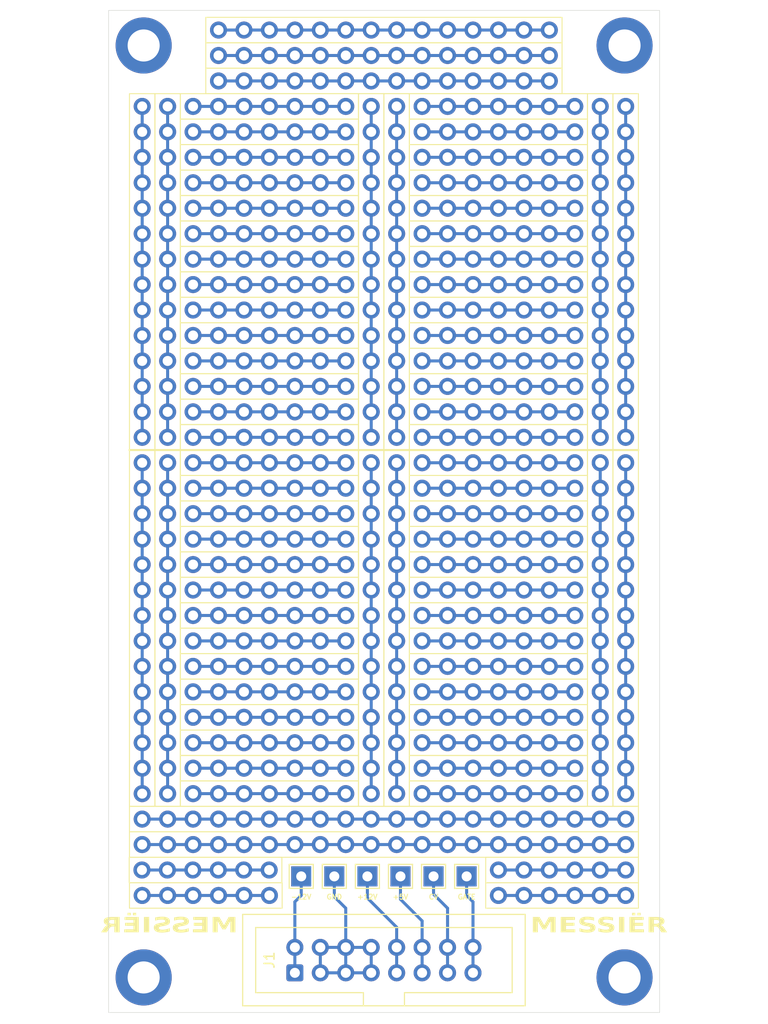
<source format=kicad_pcb>
(kicad_pcb (version 20240108) (generator "pcbnew") (generator_version "8.0")
  (title_block (date "2024-07-30") (rev "1.0.0") (company "MESSIËR") (comment 4 "Author: Chris Karcz"))
  (layers (0 "F.Cu" signal) (31 "B.Cu" signal) (34 "B.Paste" user) (35 "F.Paste" user) (36 "B.SilkS" user "B.Silkscreen") (37 "F.SilkS" user "F.Silkscreen") (38 "B.Mask" user) (39 "F.Mask" user) (44 "Edge.Cuts" user))
  (net 0 "")
  (net 1 "GND")
  (net 2 "+12V")
  (net 3 "+5V")
  (net 4 "CV")
  (net 5 "GATE")
  (net 6 "-12V")
  (footprint "Connector_PinHeader_2.54mm:PinHeader_1x32_P2.54mm_Vertical" (layer "F.Cu") (at 103.3525 137.52 90)
    (property "Reference" "REF**" (hide yes))
    (property "Value" "Line" (hide yes))
  )
  (footprint "Connector_PinHeader_2.54mm:PinHeader_1x32_P2.54mm_Vertical" (layer "F.Cu") (at 108.4325 117.2 90)
    (property "Reference" "REF**" (hide yes))
    (property "Value" "Line" (hide yes))
  )
  (footprint "Connector_PinHeader_2.54mm:PinHeader_1x32_P2.54mm_Vertical" (layer "F.Cu") (at 108.4325 91.8 90)
    (property "Reference" "REF**" (hide yes))
    (property "Value" "Line" (hide yes))
  )
  (footprint "Connector_PinHeader_2.54mm:PinHeader_1x32_P2.54mm_Vertical" (layer "F.Cu") (at 131.2925 91.8 90)
    (property "Reference" "REF**" (hide yes))
    (property "Value" "Line" (hide yes))
  )
  (footprint "Connector_PinHeader_2.54mm:PinHeader_1x32_P2.54mm_Vertical" (layer "F.Cu") (at 131.2925 99.42 90)
    (property "Reference" "REF**" (hide yes))
    (property "Value" "Line" (hide yes))
  )
  (footprint "Connector_PinHeader_2.54mm:PinHeader_1x32_P2.54mm_Vertical" (layer "F.Cu") (at 110.9725 53.7 90)
    (property "Reference" "REF**" (hide yes))
    (property "Value" "Line" (hide yes))
  )
  (footprint "Connector_PinHeader_2.54mm:PinHeader_1x32_P2.54mm_Vertical" (layer "F.Cu") (at 108.4325 119.74 90)
    (property "Reference" "REF**" (hide yes))
    (property "Value" "Line" (hide yes))
  )
  (footprint "Connector_PinHeader_2.54mm:PinHeader_1x32_P2.54mm_Vertical" (layer "F.Cu") (at 131.2925 89.26 90)
    (property "Reference" "REF**" (hide yes))
    (property "Value" "Line" (hide yes))
  )
  (footprint "Connector_PinHeader_2.54mm:PinHeader_1x32_P2.54mm_Vertical" (layer "F.Cu") (at 108.4325 122.28 90)
    (property "Reference" "REF**" (hide yes))
    (property "Value" "Line" (hide yes))
  )
  (footprint "TestPoint:TestPoint_THTPad_2.0x2.0mm_Drill1.0mm" (layer "F.Cu") (at 132.4355 135.615)
    (property "Reference" "TP5" (hide yes))
    (property "Value" "CV")
  )
  (footprint "TestPoint:TestPoint_THTPad_2.0x2.0mm_Drill1.0mm" (layer "F.Cu") (at 125.8315 135.615)
    (property "Reference" "TP3" (hide yes))
    (property "Value" "+12V")
  )
  (footprint "Connector_PinHeader_2.54mm:PinHeader_1x32_P2.54mm_Vertical" (layer "F.Cu") (at 131.2925 112.12 90)
    (property "Reference" "REF**" (hide yes))
    (property "Value" "Line" (hide yes))
  )
  (footprint "Connector_PinHeader_2.54mm:PinHeader_1x32_P2.54mm_Vertical" (layer "F.Cu") (at 128.7525 58.78)
    (property "Reference" "REF**" (hide yes))
    (property "Value" "Line" (hide yes))
  )
  (footprint "Connector_PinHeader_2.54mm:PinHeader_1x32_P2.54mm_Vertical" (layer "F.Cu") (at 103.3525 58.78)
    (property "Reference" "REF**" (hide yes))
    (property "Value" "Line" (hide yes))
  )
  (footprint "MountingHole:MountingHole_3.2mm_M3_DIN965_Pad" (layer "F.Cu") (at 103.5 145.7)
    (property "Reference" "M1" (hide yes))
    (property "Value" "MountingHole_3.2mm_M3_DIN965_Pad")
  )
  (footprint "Connector_PinHeader_2.54mm:PinHeader_1x32_P2.54mm_Vertical" (layer "F.Cu") (at 108.4325 94.34 90)
    (property "Reference" "REF**" (hide yes))
    (property "Value" "Line" (hide yes))
  )
  (footprint "Connector_PinHeader_2.54mm:PinHeader_1x32_P2.54mm_Vertical" (layer "F.Cu") (at 108.4325 101.96 90)
    (property "Reference" "REF**" (hide yes))
    (property "Value" "Line" (hide yes))
  )
  (footprint "Connector_PinHeader_2.54mm:PinHeader_1x32_P2.54mm_Vertical" (layer "F.Cu") (at 131.2925 104.5 90)
    (property "Reference" "REF**" (hide yes))
    (property "Value" "Line" (hide yes))
  )
  (footprint "Connector_PinHeader_2.54mm:PinHeader_1x32_P2.54mm_Vertical" (layer "F.Cu") (at 108.4325 68.94 90)
    (property "Reference" "REF**" (hide yes))
    (property "Value" "Line" (hide yes))
  )
  (footprint "Connector_PinHeader_2.54mm:PinHeader_1x32_P2.54mm_Vertical" (layer "F.Cu") (at 138.9125 134.98 90)
    (property "Reference" "REF**" (hide yes))
    (property "Value" "Line" (hide yes))
  )
  (footprint "Connector_PinHeader_2.54mm:PinHeader_1x32_P2.54mm_Vertical" (layer "F.Cu") (at 131.2925 94.34 90)
    (property "Reference" "REF**" (hide yes))
    (property "Value" "Line" (hide yes))
  )
  (footprint "Connector_PinHeader_2.54mm:PinHeader_1x32_P2.54mm_Vertical" (layer "F.Cu") (at 108.4325 99.42 90)
    (property "Reference" "REF**" (hide yes))
    (property "Value" "Line" (hide yes))
  )
  (footprint "Connector_PinHeader_2.54mm:PinHeader_1x32_P2.54mm_Vertical" (layer "F.Cu") (at 131.2925 63.86 90)
    (property "Reference" "REF**" (hide yes))
    (property "Value" "Line" (hide yes))
  )
  (footprint "Connector_IDC:IDC-Header_2x08_P2.54mm_Vertical" (layer "F.Cu") (at 118.5925 145.24 90)
    (property "Reference" "J1")
    (property "Value" "Conn_02x16_Odd_Even" (hide yes))
  )
  (footprint "Connector_PinHeader_2.54mm:PinHeader_1x32_P2.54mm_Vertical" (layer "F.Cu") (at 108.4325 74.02 90)
    (property "Reference" "REF**" (hide yes))
    (property "Value" "Line" (hide yes))
  )
  (footprint "Connector_PinHeader_2.54mm:PinHeader_1x32_P2.54mm_Vertical" (layer "F.Cu") (at 108.4325 114.66 90)
    (property "Reference" "REF**" (hide yes))
    (property "Value" "Line" (hide yes))
  )
  (footprint "Connector_PinHeader_2.54mm:PinHeader_1x32_P2.54mm_Vertical" (layer "F.Cu") (at 131.2925 76.56 90)
    (property "Reference" "REF**" (hide yes))
    (property "Value" "Line" (hide yes))
  )
  (footprint "Connector_PinHeader_2.54mm:PinHeader_1x32_P2.54mm_Vertical" (layer "F.Cu") (at 131.2925 84.18 90)
    (property "Reference" "REF**" (hide yes))
    (property "Value" "Line" (hide yes))
  )
  (footprint "Connector_PinHeader_2.54mm:PinHeader_1x32_P2.54mm_Vertical" (layer "F.Cu") (at 108.4325 112.12 90)
    (property "Reference" "REF**" (hide yes))
    (property "Value" "Line" (hide yes))
  )
  (footprint "Connector_PinHeader_2.54mm:PinHeader_1x32_P2.54mm_Vertical" (layer "F.Cu") (at 108.4325 127.36 90)
    (property "Reference" "REF**" (hide yes))
    (property "Value" "Line" (hide yes))
  )
  (footprint "Connector_PinHeader_2.54mm:PinHeader_1x32_P2.54mm_Vertical" (layer "F.Cu") (at 131.2925 68.94 90)
    (property "Reference" "REF**" (hide yes))
    (property "Value" "Line" (hide yes))
  )
  (footprint "Connector_PinHeader_2.54mm:PinHeader_1x32_P2.54mm_Vertical" (layer "F.Cu") (at 108.4325 107.04 90)
    (property "Reference" "REF**" (hide yes))
    (property "Value" "Line" (hide yes))
  )
  (footprint "Connector_PinHeader_2.54mm:PinHeader_1x32_P2.54mm_Vertical" (layer "F.Cu") (at 131.2925 109.58 90)
    (property "Reference" "REF**" (hide yes))
    (property "Value" "Line" (hide yes))
  )
  (footprint "Connector_PinHeader_2.54mm:PinHeader_1x32_P2.54mm_Vertical" (layer "F.Cu") (at 108.4325 79.1 90)
    (property "Reference" "REF**" (hide yes))
    (property "Value" "Line" (hide yes))
  )
  (footprint "Connector_PinHeader_2.54mm:PinHeader_1x32_P2.54mm_Vertical" (layer "F.Cu") (at 131.2925 122.28 90)
    (property "Reference" "REF**" (hide yes))
    (property "Value" "Line" (hide yes))
  )
  (footprint "Connector_PinHeader_2.54mm:PinHeader_1x32_P2.54mm_Vertical" (layer "F.Cu") (at 108.4325 86.72 90)
    (property "Reference" "REF**" (hide yes))
    (property "Value" "Line" (hide yes))
  )
  (footprint "Connector_PinHeader_2.54mm:PinHeader_1x32_P2.54mm_Vertical" (layer "F.Cu") (at 108.4325 84.18 90)
    (property "Reference" "REF**" (hide yes))
    (property "Value" "Line" (hide yes))
  )
  (footprint "Connector_PinHeader_2.54mm:PinHeader_1x32_P2.54mm_Vertical" (layer "F.Cu") (at 108.4325 61.32 90)
    (property "Reference" "REF**" (hide yes))
    (property "Value" "Line" (hide yes))
  )
  (footprint "Connector_PinHeader_2.54mm:PinHeader_1x32_P2.54mm_Vertical" (layer "F.Cu") (at 131.2925 74.02 90)
    (property "Reference" "REF**" (hide yes))
    (property "Value" "Line" (hide yes))
  )
  (footprint "MountingHole:MountingHole_3.2mm_M3_DIN965_Pad" (layer "F.Cu") (at 151.5 145.7)
    (property "Reference" "M1" (hide yes))
    (property "Value" "MountingHole_3.2mm_M3_DIN965_Pad")
  )
  (footprint "Connector_PinHeader_2.54mm:PinHeader_1x32_P2.54mm_Vertical" (layer "F.Cu") (at 131.2925 107.04 90)
    (property "Reference" "REF**" (hide yes))
    (property "Value" "Line" (hide yes))
  )
  (footprint "TestPoint:TestPoint_THTPad_2.0x2.0mm_Drill1.0mm" (layer "F.Cu") (at 122.5295 135.615)
    (property "Reference" "TP2" (hide yes))
    (property "Value" "GND")
  )
  (footprint "Connector_PinHeader_2.54mm:PinHeader_1x32_P2.54mm_Vertical" (layer "F.Cu") (at 110.9725 56.24 90)
    (property "Reference" "REF**" (hide yes))
    (property "Value" "Line" (hide yes))
  )
  (footprint "Connector_PinHeader_2.54mm:PinHeader_1x32_P2.54mm_Vertical" (layer "F.Cu") (at 131.2925 86.72 90)
    (property "Reference" "REF**" (hide yes))
    (property "Value" "Line" (hide yes))
  )
  (footprint "Connector_PinHeader_2.54mm:PinHeader_1x32_P2.54mm_Vertical" (layer "F.Cu") (at 108.4325 66.4 90)
    (property "Reference" "REF**" (hide yes))
    (property "Value" "Line" (hide yes))
  )
  (footprint "MountingHole:MountingHole_3.2mm_M3_DIN965_Pad" (layer "F.Cu") (at 103.5 52.7)
    (property "Reference" "M1" (hide yes))
    (property "Value" "MountingHole_3.2mm_M3_DIN965_Pad")
  )
  (footprint "Connector_PinHeader_2.54mm:PinHeader_1x32_P2.54mm_Vertical" (layer "F.Cu") (at 131.2925 96.88 90)
    (property "Reference" "REF**" (hide yes))
    (property "Value" "Line" (hide yes))
  )
  (footprint "Connector_PinHeader_2.54mm:PinHeader_1x32_P2.54mm_Vertical" (layer "F.Cu") (at 131.2925 71.48 90)
    (property "Reference" "REF**" (hide yes))
    (property "Value" "Line" (hide yes))
  )
  (footprint "Connector_PinHeader_2.54mm:PinHeader_1x32_P2.54mm_Vertical" (layer "F.Cu") (at 131.2925 58.78 90)
    (property "Reference" "REF**" (hide yes))
    (property "Value" "Line" (hide yes))
  )
  (footprint "Connector_PinHeader_2.54mm:PinHeader_1x32_P2.54mm_Vertical" (layer "F.Cu") (at 108.4325 81.64 90)
    (property "Reference" "REF**" (hide yes))
    (property "Value" "Line" (hide yes))
  )
  (footprint "Connector_PinHeader_2.54mm:PinHeader_1x32_P2.54mm_Vertical" (layer "F.Cu") (at 151.6125 58.78)
    (property "Reference" "REF**" (hide yes))
    (property "Value" "Line" (hide yes))
  )
  (footprint "TestPoint:TestPoint_THTPad_2.0x2.0mm_Drill1.0mm" (layer "F.Cu") (at 129.1335 135.615)
    (property "Reference" "TP1" (hide yes))
    (property "Value" "+5V")
  )
  (footprint "MountingHole:MountingHole_3.2mm_M3_DIN965_Pad" (layer "F.Cu") (at 151.5 52.7)
    (property "Reference" "M1" (hide yes))
    (property "Value" "MountingHole_3.2mm_M3_DIN965_Pad")
  )
  (footprint "Connector_PinHeader_2.54mm:PinHeader_1x32_P2.54mm_Vertical" (layer "F.Cu") (at 149.0725 58.78)
    (property "Reference" "REF**" (hide yes))
    (property "Value" "Line" (hide yes))
  )
  (footprint "Connector_PinHeader_2.54mm:PinHeader_1x32_P2.54mm_Vertical" (layer "F.Cu") (at 103.3525 132.44 90)
    (property "Reference" "REF**" (hide yes))
    (property "Value" "Line" (hide yes))
  )
  (footprint "Connector_PinHeader_2.54mm:PinHeader_1x32_P2.54mm_Vertical" (layer "F.Cu") (at 131.2925 81.64 90)
    (property "Reference" "REF**" (hide yes))
    (property "Value" "Line" (hide yes))
  )
  (footprint "Connector_PinHeader_2.54mm:PinHeader_1x32_P2.54mm_Vertical" (layer "F.Cu") (at 103.3525 129.9 90)
    (property "Reference" "REF**" (hide yes))
    (property "Value" "Line" (hide yes))
  )
  (footprint "Connector_PinHeader_2.54mm:PinHeader_1x32_P2.54mm_Vertical" (layer "F.Cu") (at 108.4325 104.5 90)
    (property "Reference" "REF**" (hide yes))
    (property "Value" "Line" (hide yes))
  )
  (footprint "Connector_PinHeader_2.54mm:PinHeader_1x32_P2.54mm_Vertical" (layer "F.Cu") (at 131.2925 124.82 90)
    (property "Reference" "REF**" (hide yes))
    (property "Value" "Line" (hide yes))
  )
  (footprint "Connector_PinHeader_2.54mm:PinHeader_1x32_P2.54mm_Vertical" (layer "F.Cu") (at 103.3275 134.98 90)
    (property "Reference" "REF**" (hide yes))
    (property "Value" "Line" (hide yes))
  )
  (footprint "Connector_PinHeader_2.54mm:PinHeader_1x32_P2.54mm_Vertical" (layer "F.Cu") (at 108.4325 76.56 90)
    (property "Reference" "REF**" (hide yes))
    (property "Value" "Line" (hide yes))
  )
  (footprint "Connector_PinHeader_2.54mm:PinHeader_1x32_P2.54mm_Vertical" (layer "F.Cu") (at 131.2925 117.2 90)
    (property "Reference" "REF**" (hide yes))
    (property "Value" "Line" (hide yes))
  )
  (footprint "Connector_PinHeader_2.54mm:PinHeader_1x32_P2.54mm_Vertical" (layer "F.Cu") (at 138.9125 137.52 90)
    (property "Reference" "REF**" (hide yes))
    (property "Value" "Line" (hide yes))
  )
  (footprint "Connector_PinHeader_2.54mm:PinHeader_1x32_P2.54mm_Vertical" (layer "F.Cu") (at 131.2925 127.36 90)
    (property "Reference" "REF**" (hide yes))
    (property "Value" "Line" (hide yes))
  )
  (footprint "Connector_PinHeader_2.54mm:PinHeader_1x32_P2.54mm_Vertical" (layer "F.Cu") (at 110.9725 51.16 90)
    (property "Reference" "REF**" (hide yes))
    (property "Value" "Line" (hide yes))
  )
  (footprint "Connector_PinHeader_2.54mm:PinHeader_1x32_P2.54mm_Vertical" (layer "F.Cu") (at 108.4325 58.78 90)
    (property "Reference" "REF**" (hide yes))
    (property "Value" "Line" (hide yes))
  )
  (footprint "Connector_PinHeader_2.54mm:PinHeader_1x32_P2.54mm_Vertical" (layer "F.Cu") (at 108.4325 71.48 90)
    (property "Reference" "REF**" (hide yes))
    (property "Value" "Line" (hide yes))
  )
  (footprint "Connector_PinHeader_2.54mm:PinHeader_1x32_P2.54mm_Vertical" (layer "F.Cu") (at 131.2925 79.1 90)
    (property "Reference" "REF**" (hide yes))
    (property "Value" "Line" (hide yes))
  )
  (footprint "Connector_PinHeader_2.54mm:PinHeader_1x32_P2.54mm_Vertical" (layer "F.Cu") (at 108.4325 63.86 90)
    (property "Reference" "REF**" (hide yes))
    (property "Value" "Line" (hide yes))
  )
  (footprint "TestPoint:TestPoint_THTPad_2.0x2.0mm_Drill1.0mm" (layer "F.Cu") (at 119.2275 135.615)
    (property "Reference" "TP4" (hide yes))
    (property "Value" "-12V")
  )
  (footprint "Connector_PinHeader_2.54mm:PinHeader_1x32_P2.54mm_Vertical" (layer "F.Cu") (at 131.2925 66.4 90)
    (property "Reference" "REF**" (hide yes))
    (property "Value" "Line" (hide yes))
  )
  (footprint "Connector_PinHeader_2.54mm:PinHeader_1x32_P2.54mm_Vertical" (layer "F.Cu") (at 108.4325 96.88 90)
    (property "Reference" "REF**" (hide yes))
    (property "Value" "Line" (hide yes))
  )
  (footprint "Connector_PinHeader_2.54mm:PinHeader_1x32_P2.54mm_Vertical" (layer "F.Cu") (at 131.2925 119.74 90)
    (property "Reference" "REF**" (hide yes))
    (property "Value" "Line" (hide yes))
  )
  (footprint "TestPoint:TestPoint_THTPad_2.0x2.0mm_Drill1.0mm" (layer "F.Cu") (at 135.7375 135.615)
    (property "Reference" "TP6" (hide yes))
    (property "Value" "GATE")
  )
  (footprint "Connector_PinHeader_2.54mm:PinHeader_1x32_P2.54mm_Vertical" (layer "F.Cu") (at 126.2125 58.78)
    (property "Reference" "REF**" (hide yes))
    (property "Value" "Line" (hide yes))
  )
  (footprint "Connector_PinHeader_2.54mm:PinHeader_1x32_P2.54mm_Vertical" (layer "F.Cu") (at 108.4325 89.26 90)
    (property "Reference" "REF**" (hide yes))
    (property "Value" "Line" (hide yes))
  )
  (footprint "Connector_PinHeader_2.54mm:PinHeader_1x32_P2.54mm_Vertical" (layer "F.Cu") (at 131.2925 114.66 90)
    (property "Reference" "REF**" (hide yes))
    (property "Value" "Line" (hide yes))
  )
  (footprint "Connector_PinHeader_2.54mm:PinHeader_1x32_P2.54mm_Vertical" (layer "F.Cu") (at 108.4325 124.82 90)
    (property "Reference" "REF**" (hide yes))
    (property "Value" "Line" (hide yes))
  )
  (footprint "Connector_PinHeader_2.54mm:PinHeader_1x32_P2.54mm_Vertical" (layer "F.Cu") (at 131.2925 101.96 90)
    (property "Reference" "REF**" (hide yes))
    (property "Value" "Line" (hide yes))
  )
  (footprint "Connector_PinHeader_2.54mm:PinHeader_1x32_P2.54mm_Vertical" (layer "F.Cu") (at 131.2925 61.32 90)
    (property "Reference" "REF**" (hide yes))
    (property "Value" "Line" (hide yes))
  )
  (footprint "Connector_PinHeader_2.54mm:PinHeader_1x32_P2.54mm_Vertical" (layer "F.Cu") (at 108.4325 109.58 90)
    (property "Reference" "REF**" (hide yes))
    (property "Value" "Line" (hide yes))
  )
  (footprint "Connector_PinHeader_2.54mm:PinHeader_1x32_P2.54mm_Vertical" (layer "F.Cu") (at 105.8925 58.78)
    (property "Reference" "REF**" (hide yes))
    (property "Value" "Line" (hide yes))
  )
  (gr_rect (start 109.7025 52.43) (end 145.2625 54.97) (stroke (width 0.1)) (fill none) (layer "F.SilkS"))
  (gr_rect (start 107.1625 123.55) (end 124.9425 126.09) (stroke (width 0.1)) (fill none) (layer "F.SilkS"))
  (gr_rect (start 130.0225 103.23) (end 147.8025 105.77) (stroke (width 0.1)) (fill none) (layer "F.SilkS"))
  (gr_rect (start 130.0225 80.37) (end 147.8025 82.91) (stroke (width 0.1)) (fill none) (layer "F.SilkS"))
  (gr_rect (start 130.0225 90.53) (end 147.8025 93.07) (stroke (width 0.1)) (fill none) (layer "F.SilkS"))
  (gr_rect (start 137.6425 133.71) (end 152.8825 136.25) (stroke (width 0.1)) (fill none) (layer "F.SilkS"))
  (gr_rect (start 130.0225 126.09) (end 147.8025 128.63) (stroke (width 0.1)) (fill none) (layer "F.SilkS"))
  (gr_rect (start 130.0225 65.13) (end 147.8025 67.67) (stroke (width 0.1)) (fill none) (layer "F.SilkS"))
  (gr_rect (start 107.1625 100.69) (end 124.9425 103.23) (stroke (width 0.1)) (fill none) (layer "F.SilkS"))
  (gr_rect (start 102.0575 133.71) (end 117.2975 136.25) (stroke (width 0.1)) (fill none) (layer "F.SilkS"))
  (gr_rect (start 107.1625 121.01) (end 124.9425 123.55) (stroke (width 0.1)) (fill none) (layer "F.SilkS"))
  (gr_rect (start 130.0225 87.99) (end 147.8025 90.53) (stroke (width 0.1)) (fill none) (layer "F.SilkS"))
  (gr_rect (start 107.1625 87.99) (end 124.9425 90.53) (stroke (width 0.1)) (fill none) (layer "F.SilkS"))
  (gr_rect (start 130.0225 67.67) (end 147.8025 70.21) (stroke (width 0.1)) (fill none) (layer "F.SilkS"))
  (gr_rect (start 107.1625 108.31) (end 124.9425 110.85) (stroke (width 0.1)) (fill none) (layer "F.SilkS"))
  (gr_rect (start 102.0825 57.51) (end 104.6225 128.63) (stroke (width 0.1)) (fill none) (layer "F.SilkS"))
  (gr_rect (start 107.1625 110.85) (end 124.9425 113.39) (stroke (width 0.1)) (fill none) (layer "F.SilkS"))
  (gr_rect (start 130.0225 100.69) (end 147.8025 103.23) (stroke (width 0.1)) (fill none) (layer "F.SilkS"))
  (gr_rect (start 130.0225 82.91) (end 147.8025 85.45) (stroke (width 0.1)) (fill none) (layer "F.SilkS"))
  (gr_rect (start 107.1625 65.13) (end 124.9425 67.67) (stroke (width 0.1)) (fill none) (layer "F.SilkS"))
  (gr_rect (start 137.6425 136.25) (end 152.8825 138.79) (stroke (width 0.1)) (fill none) (layer "F.SilkS"))
  (gr_rect (start 107.1625 93.07) (end 124.9425 95.61) (stroke (width 0.1)) (fill none) (layer "F.SilkS"))
  (gr_rect (start 107.1625 70.21) (end 124.9425 72.75) (stroke (width 0.1)) (fill none) (layer "F.SilkS"))
  (gr_rect (start 130.0225 118.47) (end 147.8025 121.01) (stroke (width 0.1)) (fill none) (layer "F.SilkS"))
  (gr_rect (start 107.1625 60.05) (end 124.9425 62.59) (stroke (width 0.1)) (fill none) (layer "F.SilkS"))
  (gr_rect (start 107.1625 113.39) (end 124.9425 115.93) (stroke (width 0.1)) (fill none) (layer "F.SilkS"))
  (gr_rect (start 107.1625 103.23) (end 124.9425 105.77) (stroke (width 0.1)) (fill none) (layer "F.SilkS"))
  (gr_rect (start 130.0225 108.31) (end 147.8025 110.85) (stroke (width 0.1)) (fill none) (layer "F.SilkS"))
  (gr_rect (start 107.1625 95.61) (end 124.9425 98.15) (stroke (width 0.1)) (fill none) (layer "F.SilkS"))
  (gr_rect (start 107.1625 62.59) (end 124.9425 65.13) (stroke (width 0.1)) (fill none) (layer "F.SilkS"))
  (gr_line (start 102.0825 93.07) (end 152.8825 93.07) (stroke (width 0.2)) (layer "F.SilkS"))
  (gr_rect (start 130.0225 123.55) (end 147.8025 126.09) (stroke (width 0.1)) (fill none) (layer "F.SilkS"))
  (gr_rect (start 130.0225 62.59) (end 147.8025 65.13) (stroke (width 0.1)) (fill none) (layer "F.SilkS"))
  (gr_rect (start 109.7025 54.97) (end 145.2625 57.51) (stroke (width 0.1)) (fill none) (layer "F.SilkS"))
  (gr_rect (start 130.0225 75.29) (end 147.8025 77.83) (stroke (width 0.1)) (fill none) (layer "F.SilkS"))
  (gr_rect (start 130.0225 77.83) (end 147.8025 80.37) (stroke (width 0.1)) (fill none) (layer "F.SilkS"))
  (gr_rect (start 102.0825 128.63) (end 152.8825 131.17) (stroke (width 0.1)) (fill none) (layer "F.SilkS"))
  (gr_rect (start 130.0225 72.75) (end 147.8025 75.29) (stroke (width 0.1)) (fill none) (layer "F.SilkS"))
  (gr_rect (start 130.0225 121.01) (end 147.8025 123.55) (stroke (width 0.1)) (fill none) (layer "F.SilkS"))
  (gr_rect (start 130.0225 70.21) (end 147.8025 72.75) (stroke (width 0.1)) (fill none) (layer "F.SilkS"))
  (gr_rect (start 107.1625 98.15) (end 124.9425 100.69) (stroke (width 0.1)) (fill none) (layer "F.SilkS"))
  (gr_rect (start 104.6225 57.51) (end 107.1625 128.63) (stroke (width 0.1)) (fill none) (layer "F.SilkS"))
  (gr_rect (start 130.0225 60.05) (end 147.8025 62.59) (stroke (width 0.1)) (fill none) (layer "F.SilkS"))
  (gr_rect (start 124.9425 57.51) (end 127.4825 128.63) (stroke (width 0.1)) (fill none) (layer "F.SilkS"))
  (gr_rect (start 107.1625 115.93) (end 124.9425 118.47) (stroke (width 0.1)) (fill none) (layer "F.SilkS"))
  (gr_rect (start 102.0825 131.17) (end 152.8825 133.71) (stroke (width 0.1)) (fill none) (layer "F.SilkS"))
  (gr_rect (start 107.1625 105.77) (end 124.9425 108.31) (stroke (width 0.1)) (fill none) (layer "F.SilkS"))
  (gr_rect (start 107.1625 80.37) (end 124.9425 82.91) (stroke (width 0.1)) (fill none) (layer "F.SilkS"))
  (gr_rect (start 130.0225 115.93) (end 147.8025 118.47) (stroke (width 0.1)) (fill none) (layer "F.SilkS"))
  (gr_rect (start 107.1625 82.91) (end 124.9425 85.45) (stroke (width 0.1)) (fill none) (layer "F.SilkS"))
  (gr_rect (start 107.1625 75.29) (end 124.9425 77.83) (stroke (width 0.1)) (fill none) (layer "F.SilkS"))
  (gr_rect (start 130.0225 105.77) (end 147.8025 108.31) (stroke (width 0.1)) (fill none) (layer "F.SilkS"))
  (gr_rect (start 130.0225 93.07) (end 147.8025 95.61) (stroke (width 0.1)) (fill none) (layer "F.SilkS"))
  (gr_rect (start 130.0225 95.61) (end 147.8025 98.15) (stroke (width 0.1)) (fill none) (layer "F.SilkS"))
  (gr_rect (start 150.3425 57.51) (end 152.8825 128.63) (stroke (width 0.1)) (fill none) (layer "F.SilkS"))
  (gr_rect (start 107.1625 67.67) (end 124.9425 70.21) (stroke (width 0.1)) (fill none) (layer "F.SilkS"))
  (gr_rect (start 107.1625 77.83) (end 124.9425 80.37) (stroke (width 0.1)) (fill none) (layer "F.SilkS"))
  (gr_rect (start 147.8025 57.51) (end 150.3425 128.63) (stroke (width 0.1)) (fill none) (layer "F.SilkS"))
  (gr_rect (start 107.1625 85.45) (end 124.9425 87.99) (stroke (width 0.1)) (fill none) (layer "F.SilkS"))
  (gr_rect (start 130.0225 98.15) (end 147.8025 100.69) (stroke (width 0.1)) (fill none) (layer "F.SilkS"))
  (gr_rect (start 109.7025 49.89) (end 145.2625 52.43) (stroke (width 0.1)) (fill none) (layer "F.SilkS"))
  (gr_rect (start 130.0225 57.51) (end 147.8025 60.05) (stroke (width 0.1)) (fill none) (layer "F.SilkS"))
  (gr_rect (start 107.1625 126.09) (end 124.9425 128.63) (stroke (width 0.1)) (fill none) (layer "F.SilkS"))
  (gr_rect (start 107.1625 118.47) (end 124.9425 121.01) (stroke (width 0.1)) (fill none) (layer "F.SilkS"))
  (gr_rect (start 130.0225 85.45) (end 147.8025 87.99) (stroke (width 0.1)) (fill none) (layer "F.SilkS"))
  (gr_rect (start 107.1625 57.51) (end 124.9425 60.05) (stroke (width 0.1)) (fill none) (layer "F.SilkS"))
  (gr_rect (start 127.4825 57.51) (end 130.0225 128.63) (stroke (width 0.1)) (fill none) (layer "F.SilkS"))
  (gr_rect (start 107.1625 90.53) (end 124.9425 93.07) (stroke (width 0.1)) (fill none) (layer "F.SilkS"))
  (gr_rect (start 107.1625 72.75) (end 124.9425 75.29) (stroke (width 0.1)) (fill none) (layer "F.SilkS"))
  (gr_rect (start 130.0225 110.85) (end 147.8025 113.39) (stroke (width 0.1)) (fill none) (layer "F.SilkS"))
  (gr_rect (start 102.0825 136.25) (end 117.3225 138.79) (stroke (width 0.1)) (fill none) (layer "F.SilkS"))
  (gr_rect (start 130.0225 113.39) (end 147.8025 115.93) (stroke (width 0.1)) (fill none) (layer "F.SilkS"))
  (gr_rect (start 100 49.2) (end 155 149.2) (stroke (width 0.05)) (fill none) (layer "Edge.Cuts"))
  (gr_text "MESSIËR" (at 112.9125 141.45 0) (layer "F.SilkS") (effects (font (size 1.5 2) (thickness 0.3) (bold yes)) (justify left bottom mirror)))
  (gr_text "MESSIËR" (at 142.0875 141.45 0) (layer "F.SilkS") (effects (font (size 1.5 2) (thickness 0.3) (bold yes)) (justify left bottom)))
  (segment (start 103.3525 58.78) (end 103.3525 91.8) (width 0.3) (layer "B.Cu") (net 0))
  (segment (start 108.4325 122.28) (end 123.6725 122.28) (width 0.3) (layer "B.Cu") (net 0))
  (segment (start 108.4325 81.64) (end 123.6725 81.64) (width 0.3) (layer "B.Cu") (net 0))
  (segment (start 108.4325 61.32) (end 123.6725 61.32) (width 0.3) (layer "B.Cu") (net 0))
  (segment (start 110.9725 51.16) (end 143.9925 51.16) (width 0.3) (layer "B.Cu") (net 0))
  (segment (start 108.4325 99.42) (end 123.6725 99.42) (width 0.3) (layer "B.Cu") (net 0))
  (segment (start 138.9125 137.52) (end 151.6125 137.52) (width 0.3) (layer "B.Cu") (net 0))
  (segment (start 131.2925 91.8) (end 146.5325 91.8) (width 0.3) (layer "B.Cu") (net 0))
  (segment (start 126.2125 91.8) (end 126.2125 58.78) (width 0.3) (layer "B.Cu") (net 0))
  (segment (start 123.6725 124.82) (end 108.4325 124.82) (width 0.3) (layer "B.Cu") (net 0))
  (segment (start 108.4325 66.4) (end 123.6725 66.4) (width 0.3) (layer "B.Cu") (net 0))
  (segment (start 131.2925 107.04) (end 146.5325 107.04) (width 0.3) (layer "B.Cu") (net 0))
  (segment (start 131.2925 122.28) (end 146.5325 122.28) (width 0.3) (layer "B.Cu") (net 0))
  (segment (start 131.2925 58.78) (end 146.5325 58.78) (width 0.3) (layer "B.Cu") (net 0))
  (segment (start 131.2925 76.56) (end 146.5325 76.56) (width 0.3) (layer "B.Cu") (net 0))
  (segment (start 108.4325 104.5) (end 123.6725 104.5) (width 0.3) (layer "B.Cu") (net 0))
  (segment (start 108.4325 68.94) (end 123.6725 68.94) (width 0.3) (layer "B.Cu") (net 0))
  (segment (start 146.5325 79.1) (end 131.2925 79.1) (width 0.3) (layer "B.Cu") (net 0))
  (segment (start 131.2925 117.2) (end 146.5325 117.2) (width 0.3) (layer "B.Cu") (net 0))
  (segment (start 105.8925 91.8) (end 105.8925 58.78) (width 0.3) (layer "B.Cu") (net 0))
  (segment (start 110.9725 56.24) (end 143.9925 56.24) (width 0.3) (layer "B.Cu") (net 0))
  (segment (start 149.0725 91.8) (end 149.0725 58.78) (width 0.3) (layer "B.Cu") (net 0))
  (segment (start 131.2925 81.64) (end 146.5325 81.64) (width 0.3) (layer "B.Cu") (net 0))
  (segment (start 131.2925 114.66) (end 146.5325 114.66) (width 0.3) (layer "B.Cu") (net 0))
  (segment (start 128.7525 58.78) (end 128.7525 91.8) (width 0.3) (layer "B.Cu") (net 0))
  (segment (start 146.5325 109.58) (end 131.2925 109.58) (width 0.3) (layer "B.Cu") (net 0))
  (segment (start 143.9925 53.7) (end 110.9725 53.7) (width 0.3) (layer "B.Cu") (net 0))
  (segment (start 105.8925 127.36) (end 105.8925 94.34) (width 0.3) (layer "B.Cu") (net 0))
  (segment (start 108.4325 74.02) (end 123.6725 74.02) (width 0.3) (layer "B.Cu") (net 0))
  (segment (start 131.2925 96.88) (end 146.5325 96.88) (width 0.3) (layer "B.Cu") (net 0))
  (segment (start 108.4325 76.56) (end 123.6725 76.56) (width 0.3) (layer "B.Cu") (net 0))
  (segment (start 149.0725 94.34) (end 149.0725 127.36) (width 0.3) (layer "B.Cu") (net 0))
  (segment (start 123.6725 79.1) (end 108.4325 79.1) (width 0.3) (layer "B.Cu") (net 0))
  (segment (start 131.2925 104.5) (end 146.5325 104.5) (width 0.3) (layer "B.Cu") (net 0))
  (segment (start 108.4325 117.2) (end 123.6725 117.2) (width 0.3) (layer "B.Cu") (net 0))
  (segment (start 123.6725 109.58) (end 108.4325 109.58) (width 0.3) (layer "B.Cu") (net 0))
  (segment (start 151.6125 129.9) (end 103.3525 129.9) (width 0.3) (layer "B.Cu") (net 0))
  (segment (start 108.4325 71.48) (end 123.6725 71.48) (width 0.3) (layer "B.Cu") (net 0))
  (segment (start 146.5325 63.86) (end 131.2925 63.86) (width 0.3) (layer "B.Cu") (net 0))
  (segment (start 108.4325 127.36) (end 123.6725 127.36) (width 0.3) (layer "B.Cu") (net 0))
  (segment (start 108.4325 114.66) (end 123.6725 114.66) (width 0.3) (layer "B.Cu") (net 0))
  (segment (start 131.2925 68.94) (end 146.5325 68.94) (width 0.3) (layer "B.Cu") (net 0))
  (segment (start 146.5325 94.34) (end 131.2925 94.34) (width 0.3) (layer "B.Cu") (net 0))
  (segment (start 131.2925 61.32) (end 146.5325 61.32) (width 0.3) (layer "B.Cu") (net 0))
  (segment (start 103.3525 94.34) (end 103.3525 127.36) (width 0.3) (layer "B.Cu") (net 0))
  (segment (start 151.6125 58.78) (end 151.6125 91.8) (width 0.3) (layer "B.Cu") (net 0))
  (segment (start 131.2925 74.02) (end 146.5325 74.02) (width 0.3) (layer "B.Cu") (net 0))
  (segment (start 131.2925 66.4) (end 146.5325 66.4) (width 0.3) (layer "B.Cu") (net 0))
  (segment (start 123.6725 94.34) (end 108.4325 94.34) (width 0.3) (layer "B.Cu") (net 0))
  (segment (start 108.4325 58.78) (end 123.6725 58.78) (width 0.3) (layer "B.Cu") (net 0))
  (segment (start 108.4325 107.04) (end 123.6725 107.04) (width 0.3) (layer "B.Cu") (net 0))
  (segment (start 126.2125 94.34) (end 126.2125 127.36) (width 0.3) (layer "B.Cu") (net 0))
  (segment (start 128.7525 127.36) (end 128.7525 94.34) (width 0.3) (layer "B.Cu") (net 0))
  (segment (start 131.2925 89.26) (end 146.5325 89.26) (width 0.3) (layer "B.Cu") (net 0))
  (segment (start 131.2925 86.72) (end 146.5325 86.72) (width 0.3) (layer "B.Cu") (net 0))
  (segment (start 116.0275 134.98) (end 103.3275 134.98) (width 0.3) (layer "B.Cu") (net 0))
  (segment (start 108.4325 112.12) (end 123.6725 112.12) (width 0.3) (layer "B.Cu") (net 0))
  (segment (start 138.9125 134.98) (end 151.6125 134.98) (width 0.3) (layer "B.Cu") (net 0))
  (segment (start 103.3525 137.52) (end 116.0525 137.52) (width 0.3) (layer "B.Cu") (net 0))
  (segment (start 146.5325 124.82) (end 131.2925 124.82) (width 0.3) (layer "B.Cu") (net 0))
  (segment (start 108.4325 84.18) (end 123.6725 84.18) (width 0.3) (layer "B.Cu") (net 0))
  (segment (start 131.2925 99.42) (end 146.5325 99.42) (width 0.3) (layer "B.Cu") (net 0))
  (segment (start 108.4325 119.74) (end 123.6725 119.74) (width 0.3) (layer "B.Cu") (net 0))
  (segment (start 131.2925 101.96) (end 146.5325 101.96) (width 0.3) (layer "B.Cu") (net 0))
  (segment (start 108.4325 96.88) (end 123.6725 96.88) (width 0.3) (layer "B.Cu") (net 0))
  (segment (start 131.2925 112.12) (end 146.5325 112.12) (width 0.3) (layer "B.Cu") (net 0))
  (segment (start 108.4325 89.26) (end 123.6725 89.26) (width 0.3) (layer "B.Cu") (net 0))
  (segment (start 123.6725 63.86) (end 108.4325 63.86) (width 0.3) (layer "B.Cu") (net 0))
  (segment (start 108.4325 101.96) (end 123.6725 101.96) (width 0.3) (layer "B.Cu") (net 0))
  (segment (start 131.2925 84.18) (end 146.5325 84.18) (width 0.3) (layer "B.Cu") (net 0))
  (segment (start 131.2925 71.48) (end 146.5325 71.48) (width 0.3) (layer "B.Cu") (net 0))
  (segment (start 151.6125 127.36) (end 151.6125 94.34) (width 0.3) (layer "B.Cu") (net 0))
  (segment (start 108.4325 86.72) (end 123.6725 86.72) (width 0.3) (layer "B.Cu") (net 0))
  (segment (start 131.2925 127.36) (end 146.5325 127.36) (width 0.3) (layer "B.Cu") (net 0))
  (segment (start 131.2925 119.74) (end 146.5325 119.74) (width 0.3) (layer "B.Cu") (net 0))
  (segment (start 103.3525 132.44) (end 151.6125 132.44) (width 0.3) (layer "B.Cu") (net 0))
  (segment (start 108.4325 91.8) (end 123.6725 91.8) (width 0.3) (layer "B.Cu") (net 0))
  (segment (start 121.1325 142.7) (end 121.1325 145.24) (width 0.3) (layer "B.Cu") (net 1))
  (segment (start 122.5295 137.647) (end 122.5295 135.615) (width 0.3) (layer "B.Cu") (net 1))
  (segment (start 121.1325 145.24) (end 126.2125 145.24) (width 0.3) (layer "B.Cu") (net 1))
  (segment (start 121.1325 142.7) (end 126.2125 142.7) (width 0.3) (layer "B.Cu") (net 1))
  (segment (start 123.6725 142.7) (end 123.6725 138.79) (width 0.3) (layer "B.Cu") (net 1))
  (segment (start 123.6725 138.79) (end 122.5295 137.647) (width 0.3) (layer "B.Cu") (net 1))
  (segment (start 123.6725 142.7) (end 123.6725 145.24) (width 0.3) (layer "B.Cu") (net 1))
  (segment (start 126.2125 142.7) (end 126.2125 145.24) (width 0.3) (layer "B.Cu") (net 1))
  (segment (start 128.7525 142.7) (end 128.7525 145.24) (width 0.3) (layer "B.Cu") (net 2))
  (segment (start 128.7525 140.695) (end 125.8315 137.774) (width 0.3) (layer "B.Cu") (net 2))
  (segment (start 128.7525 142.7) (end 128.7525 140.695) (width 0.3) (layer "B.Cu") (net 2))
  (segment (start 125.8315 137.774) (end 125.8315 135.615) (width 0.3) (layer "B.Cu") (net 2))
  (segment (start 131.2925 142.7) (end 131.2925 140.06) (width 0.3) (layer "B.Cu") (net 3))
  (segment (start 131.2925 140.06) (end 129.1335 137.901) (width 0.3) (layer "B.Cu") (net 3))
  (segment (start 129.1335 137.901) (end 129.1335 135.615) (width 0.3) (layer "B.Cu") (net 3))
  (segment (start 131.2925 142.7) (end 131.2925 145.24) (width 0.3) (layer "B.Cu") (net 3))
  (segment (start 133.8325 142.7) (end 133.8325 138.79) (width 0.3) (layer "B.Cu") (net 4))
  (segment (start 133.8325 138.79) (end 132.4355 137.393) (width 0.3) (layer "B.Cu") (net 4))
  (segment (start 133.8325 142.7) (end 133.8325 145.24) (width 0.3) (layer "B.Cu") (net 4))
  (segment (start 132.4355 137.393) (end 132.4355 135.615) (width 0.3) (layer "B.Cu") (net 4))
  (segment (start 136.3725 138.155) (end 135.7375 137.52) (width 0.3) (layer "B.Cu") (net 5))
  (segment (start 136.3725 142.7) (end 136.3725 145.24) (width 0.3) (layer "B.Cu") (net 5))
  (segment (start 136.3725 142.7) (end 136.3725 138.155) (width 0.3) (layer "B.Cu") (net 5))
  (segment (start 135.7375 137.52) (end 135.7375 135.615) (width 0.3) (layer "B.Cu") (net 5))
  (segment (start 118.5925 136.25) (end 119.2275 135.615) (width 0.3) (layer "B.Cu") (net 6))
  (segment (start 118.5925 142.7) (end 118.5925 138.155) (width 0.3) (layer "B.Cu") (net 6))
  (segment (start 119.2275 137.52) (end 119.2275 135.615) (width 0.3) (layer "B.Cu") (net 6))
  (segment (start 118.5925 138.155) (end 119.2275 137.52) (width 0.3) (layer "B.Cu") (net 6))
  (segment (start 118.5925 142.7) (end 118.5925 145.24) (width 0.3) (layer "B.Cu") (net 6))
)
</source>
